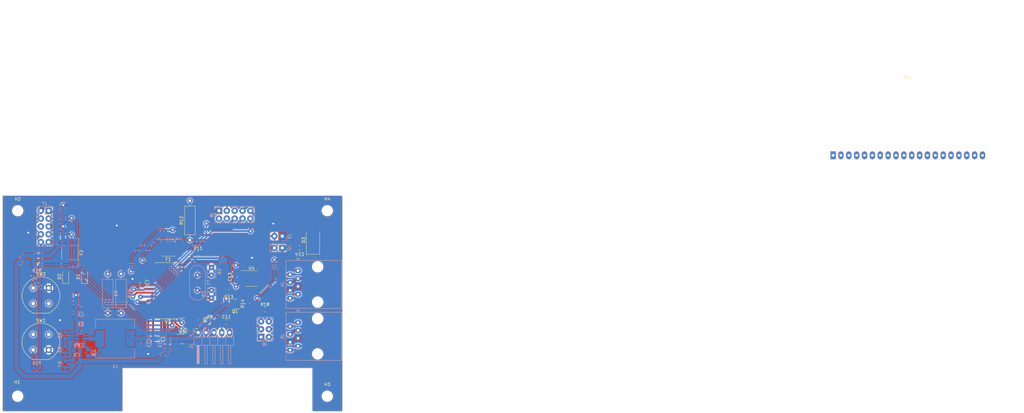
<source format=kicad_pcb>
(kicad_pcb (version 20211014) (generator pcbnew)
  (layers (0 "F.Cu" signal) (31 "B.Cu" signal) (34 "B.Paste" user) (35 "F.Paste" user) (36 "B.SilkS" user "B.Silkscreen") (37 "F.SilkS" user "F.Silkscreen") (38 "B.Mask" user) (39 "F.Mask" user) (44 "Edge.Cuts" user))
  (net 0 "")
  (net 1 "Net-(C1-Pad2)")
  (net 2 "GND")
  (net 3 "Net-(C2-Pad1)")
  (net 4 "Net-(C5-Pad1)")
  (net 5 "+5V")
  (net 6 "Net-(C6-Pad1)")
  (net 7 "Net-(C8-Pad1)")
  (net 8 "Net-(C8-Pad2)")
  (net 9 "Net-(C9-Pad2)")
  (net 10 "/MCLR")
  (net 11 "Net-(C14-Pad1)")
  (net 12 "/CANGND")
  (net 13 "/+12CAN")
  (net 14 "SCL")
  (net 15 "SDA")
  (net 16 "~{RST_DISP}")
  (net 17 "/CAN_PWR")
  (net 18 "/SOLAR_PWR")
  (net 19 "/PGD")
  (net 20 "/PGC")
  (net 21 "/CANH")
  (net 22 "Net-(D1-Pad2)")
  (net 23 "Net-(D2-Pad2)")
  (net 25 "/CANL")
  (net 26 "Net-(J4-Pad7)")
  (net 28 "Net-(J4-Pad8)")
  (net 32 "Net-(J6-Pad5)")
  (net 33 "Net-(J6-Pad6)")
  (net 34 "/!CANOK")
  (net 35 "Net-(R2-Pad2)")
  (net 36 "/PWM")
  (net 37 "Net-(R9-Pad2)")
  (net 38 "Net-(R10-Pad2)")
  (net 39 "BTN_IN")
  (net 40 "Net-(R16-Pad2)")
  (net 41 "Net-(R17-Pad2)")
  (net 42 "PWM_V")
  (net 43 "/PWM_OK")
  (net 44 "/PWM_OFF")
  (net 45 "/~{PAC_DOWN}")
  (net 46 "TH")
  (net 47 "BATT2_ON")
  (net 48 "/CANTX")
  (net 49 "/CANRX")
  (net 50 "BATT1_ON")
  (net 58 "AL2")
  (net 59 "AL1")
  (footprint "Resistor_SMD:R_0805_2012Metric_Pad1.20x1.40mm_HandSolder" (layer "F.Cu") (at 114.046 120.2365 -90)
    (fp_text reference "R5")
    (fp_text value "10K")
  )
  (footprint "MountingHole:MountingHole_3.2mm_M3_DIN965" (layer "F.Cu") (at 155 145)
    (fp_text reference "H3")
    (fp_text value "MountingHole")
  )
  (footprint "Resistor_SMD:R_0805_2012Metric_Pad1.20x1.40mm_HandSolder" (layer "F.Cu") (at 117.094 120.9985)
    (fp_text reference "R8")
    (fp_text value "10K")
  )
  (footprint "Fuse:Fuse_2920_7451Metric_Pad2.10x5.45mm_HandSolder" (layer "F.Cu") (at 71.882 98.552 -90)
    (fp_text reference "F2")
    (fp_text value "MC011014")
  )
  (footprint "Capacitor_SMD:C_0805_2012Metric_Pad1.18x1.45mm_HandSolder" (layer "F.Cu") (at 103.505 126.492 90)
    (fp_text reference "C1")
    (fp_text value "100nF")
  )
  (footprint "LCDdisplays.mod:MCOB128064JX" (layer "F.Cu") (at 342.525 39.005)
    (fp_text reference "DI1")
    (fp_text value "MCOB128064JX")
  )
  (footprint "Diode_SMD:D_SOD-123" (layer "F.Cu") (at 76.581 106.298 90)
    (fp_text reference "D1")
    (fp_text value "PMEG4005")
  )
  (footprint "Package_SO:SOIC-28W_7.5x17.9mm_P1.27mm" (layer "F.Cu") (at 103.378 110.8465 180)
    (fp_text reference "U3")
    (fp_text value "PIC18F27Q84")
  )
  (footprint "Resistor_SMD:R_0805_2012Metric_Pad1.20x1.40mm_HandSolder" (layer "F.Cu") (at 113.284 98.806)
    (fp_text reference "R11")
    (fp_text value "4K7")
  )
  (footprint "Package_TO_SOT_SMD:SOT-23" (layer "F.Cu") (at 125.222 115.189 180)
    (fp_text reference "Q1")
    (fp_text value "BSS123")
  )
  (footprint "Diode_SMD:D_SOD-123" (layer "F.Cu") (at 70.485 106.298 90)
    (fp_text reference "D2")
    (fp_text value "PMEG4005")
  )
  (footprint "Capacitor_SMD:C_0805_2012Metric_Pad1.18x1.45mm_HandSolder" (layer "F.Cu") (at 122.428 120.9985)
    (fp_text reference "C11")
    (fp_text value "100nF")
  )
  (footprint "Resistor_THT:R_Axial_DIN0309_L9.0mm_D3.2mm_P12.70mm_Horizontal" (layer "F.Cu") (at 110.617 94.488 90)
    (fp_text reference "R12")
    (fp_text value "4K7")
  )
  (footprint "Resistor_SMD:R_0805_2012Metric_Pad1.20x1.40mm_HandSolder" (layer "F.Cu") (at 129.286 115.062 90)
    (fp_text reference "R14")
    (fp_text value "100K")
  )
  (footprint "Fuse:Fuse_2920_7451Metric_Pad2.10x5.45mm_HandSolder" (layer "F.Cu") (at 103.632 97.028 180)
    (fp_text reference "F1")
    (fp_text value "MC011014")
  )
  (footprint "Button_Switch_THT:Push_E-Switch_KS01Q01" (layer "F.Cu") (at 60 110)
    (fp_text reference "SW2")
    (fp_text value "select")
  )
  (footprint "Capacitor_SMD:C_0805_2012Metric_Pad1.18x1.45mm_HandSolder" (layer "F.Cu") (at 95.25 108.1795 -90)
    (fp_text reference "C7")
    (fp_text value "100nF")
  )
  (footprint "MountingHole:MountingHole_3.2mm_M3_DIN965" (layer "F.Cu") (at 55 85)
    (fp_text reference "H2")
    (fp_text value "MountingHole")
  )
  (footprint "MountingHole:MountingHole_3.2mm_M3_DIN965" (layer "F.Cu") (at 55 145)
    (fp_text reference "H1")
    (fp_text value "MountingHole")
  )
  (footprint "Package_SO:SOIC-8_3.9x4.9mm_P1.27mm" (layer "F.Cu") (at 130.556 106.934)
    (fp_text reference "U4")
    (fp_text value "TLE9250VSJXUMA1")
  )
  (footprint "local:C_filter_0805" (layer "F.Cu") (at 146.05 97.028 180)
    (fp_text reference "C14")
    (fp_text value "100nF")
  )
  (footprint "Resistor_SMD:R_0805_2012Metric_Pad1.20x1.40mm_HandSolder" (layer "F.Cu") (at 134.874 116.967)
    (fp_text reference "R18")
    (fp_text value "100")
  )
  (footprint "Diode_SMD:D_SMB_Handsoldering" (layer "F.Cu") (at 150.368 94.488 90)
    (fp_text reference "D3")
    (fp_text value "SMBJ16A")
  )
  (footprint "Package_TO_SOT_SMD:SOT-23" (layer "F.Cu") (at 108.077 126.492)
    (fp_text reference "U1")
    (fp_text value "2.048V")
  )
  (footprint "Resistor_SMD:R_0805_2012Metric_Pad1.20x1.40mm_HandSolder" (layer "F.Cu") (at 123.19 111.252 180)
    (fp_text reference "R13")
    (fp_text value "10K")
  )
  (footprint "Button_Switch_THT:Push_E-Switch_KS01Q01" (layer "F.Cu") (at 60 125)
    (fp_text reference "SW1")
    (fp_text value "next")
  )
  (footprint "Resistor_SMD:R_0805_2012Metric_Pad1.20x1.40mm_HandSolder" (layer "F.Cu") (at 110.871 123.698 90)
    (fp_text reference "R4")
    (fp_text value "10K")
  )
  (footprint "MountingHole:MountingHole_3.2mm_M3_DIN965" (layer "F.Cu") (at 155 85)
    (fp_text reference "H4")
    (fp_text value "MountingHole")
  )
  (footprint "Capacitor_SMD:C_0805_2012Metric_Pad1.18x1.45mm_HandSolder" (layer "F.Cu") (at 125.222 106.426 90)
    (fp_text reference "C13")
    (fp_text value "100nF")
  )
  (footprint "Capacitor_SMD:C_0805_2012Metric_Pad1.18x1.45mm_HandSolder" (layer "B.Cu") (at 75.388 123.19 180)
    (fp_text reference "C4")
    (fp_text value "100nF50V")
  )
  (footprint "Connector_PinHeader_2.54mm:PinHeader_2x05_P2.54mm_Vertical" (layer "B.Cu") (at 120 85 -90)
    (fp_text reference "J8")
    (fp_text value "DCDC-MEASURES")
  )
  (footprint "local:RJ45_Amphenol_54602-x08_Horizontal_handsolder" (layer "B.Cu") (at 145.542 121.158 -90)
    (fp_text reference "J5")
    (fp_text value "RJ45")
  )
  (footprint "Capacitor_SMD:C_0805_2012Metric_Pad1.18x1.45mm_HandSolder" (layer "B.Cu") (at 74.118 133.35 180)
    (fp_text reference "C9")
    (fp_text value "100p")
  )
  (footprint "local:RJ45_Amphenol_54602-x08_Horizontal_handsolder" (layer "B.Cu") (at 145.542 104.394 -90)
    (fp_text reference "J4")
    (fp_text value "RJ45")
  )
  (footprint "Resistor_SMD:R_0805_2012Metric_Pad1.20x1.40mm_HandSolder" (layer "B.Cu") (at 61.214 102.616)
    (fp_text reference "R15")
    (fp_text value "47k")
  )
  (footprint "Capacitor_SMD:C_1206_3216Metric_Pad1.33x1.80mm_HandSolder" (layer "B.Cu") (at 99.137 127.8005 90)
    (fp_text reference "C10")
    (fp_text value "22µ")
  )
  (footprint "Resistor_THT:R_Axial_DIN0309_L9.0mm_D3.2mm_P12.70mm_Horizontal" (layer "B.Cu") (at 84.074 118.11 90)
    (fp_text reference "R9")
    (fp_text value "10K")
  )
  (footprint "Connector_PinHeader_2.54mm:PinHeader_2x03_P2.54mm_Vertical" (layer "B.Cu") (at 133.604 125.857)
    (fp_text reference "J6")
    (fp_text value "Conn_02x03_Odd_Even")
  )
  (footprint "Resistor_THT:R_Axial_DIN0309_L9.0mm_D3.2mm_P12.70mm_Horizontal" (layer "B.Cu") (at 88.392 118.11 90)
    (fp_text reference "R10")
    (fp_text value "8.1K")
  )
  (footprint "Resistor_SMD:R_0805_2012Metric_Pad1.20x1.40mm_HandSolder" (layer "B.Cu") (at 70.3465 134.62 -90)
    (fp_text reference "R7")
    (fp_text value "30k")
  )
  (footprint "Connector_PinHeader_2.54mm:PinHeader_1x05_P2.54mm_Horizontal" (layer "B.Cu") (at 113.289 124.403 -90)
    (fp_text reference "J1")
    (fp_text value "Conn_01x05_Male")
  )
  (footprint "Resistor_SMD:R_0805_2012Metric_Pad1.20x1.40mm_HandSolder" (layer "B.Cu") (at 70.308 129.921 -90)
    (fp_text reference "R3")
    (fp_text value "30k")
  )
  (footprint "Connector_PinHeader_2.54mm:PinHeader_2x05_P2.54mm_Vertical" (layer "B.Cu") (at 65 85 180)
    (fp_text reference "J7")
    (fp_text value "DCDC-PWM")
  )
  (footprint "Resistor_SMD:R_0805_2012Metric_Pad1.20x1.40mm_HandSolder" (layer "B.Cu") (at 70.308 125.333 -90)
    (fp_text reference "R2")
    (fp_text value "270k")
  )
  (footprint "Resistor_SMD:R_0805_2012Metric_Pad1.20x1.40mm_HandSolder" (layer "B.Cu") (at 61.214 135.89 180)
    (fp_text reference "R16")
    (fp_text value "47k")
  )
  (footprint "Capacitor_SMD:C_0805_2012Metric_Pad1.18x1.45mm_HandSolder" (layer "B.Cu") (at 77.801 130.937 90)
    (fp_text reference "C8")
    (fp_text value "100nF50V")
  )
  (footprint "Resistor_SMD:R_0805_2012Metric_Pad1.20x1.40mm_HandSolder" (layer "B.Cu") (at 74.118 130.175 180)
    (fp_text reference "R6")
    (fp_text value "157k")
  )
  (footprint "Connector_PinHeader_2.54mm:PinHeader_1x02_P2.54mm_Vertical" (layer "B.Cu") (at 140.462 93.218 90)
    (fp_text reference "J3")
    (fp_text value "CANGND")
  )
  (footprint "Resistor_SMD:R_0805_2012Metric_Pad1.20x1.40mm_HandSolder" (layer "B.Cu") (at 61.214 106.172 180)
    (fp_text reference "R17")
    (fp_text value " 22k")
  )
  (footprint "Package_TO_SOT_SMD:TSOT-23-6" (layer "B.Cu") (at 75.388 126.365)
    (fp_text reference "U2")
    (fp_text value "AP63200WU")
  )
  (footprint "Inductor_SMD:L_12x12mm_H4.5mm" (layer "B.Cu") (at 86.437 126.365)
    (fp_text reference "L1")
    (fp_text value "10µH")
  )
  (footprint "Crystal:Crystal_HC18-U_Vertical" (layer "B.Cu") (at 113.03 110.7195 90)
    (fp_text reference "Y1")
    (fp_text value "10Mhz")
  )
  (footprint "Capacitor_SMD:C_1206_3216Metric_Pad1.33x1.80mm_HandSolder" (layer "B.Cu") (at 75.388 116.84)
    (fp_text reference "C3")
    (fp_text value "4.7µ50V")
  )
  (footprint "Capacitor_SMD:C_1206_3216Metric_Pad1.33x1.80mm_HandSolder" (layer "B.Cu") (at 95.581 127.762 90)
    (fp_text reference "C12")
    (fp_text value "22µ")
  )
  (footprint "Connector_PinHeader_2.54mm:PinHeader_1x02_P2.54mm_Vertical" (layer "B.Cu") (at 140.462 97.028 90)
    (fp_text reference "J2")
    (fp_text value "CANPWR")
  )
  (footprint "Capacitor_THT:C_Disc_D3.8mm_W2.6mm_P2.50mm" (layer "B.Cu") (at 117.602 110.7395 -90)
    (fp_text reference "C5")
    (fp_text value "22pF")
  )
  (footprint "Capacitor_SMD:C_1206_3216Metric_Pad1.33x1.80mm_HandSolder" (layer "B.Cu") (at 75.388 120.015)
    (fp_text reference "C2")
    (fp_text value "4.7µ50V")
  )
  (footprint "Capacitor_THT:C_Disc_D3.8mm_W2.6mm_P2.50mm" (layer "B.Cu") (at 117.602 105.8735 90)
    (fp_text reference "C6")
    (fp_text value "22pF")
  )
  (gr_poly (pts (xy 160 150) (xy 150 150) (xy 150 136) (xy 89 136) (xy 89 150) (xy 50 150) (xy 50 80) (xy 160 80)) (layer "Edge.Cuts") (width 0.1) (fill none))
  (segment (start 103.505 117.856119) (end 103.505 125.4545) (width 0.6) (layer "F.Cu") (net 1))
  (segment (start 103.5925 125.542) (end 103.505 125.4545) (width 0.6) (layer "F.Cu") (net 1))
  (segment (start 108.028 114.0215) (end 107.339619 114.0215) (width 0.6) (layer "F.Cu") (net 1))
  (segment (start 110.027 125.542) (end 110.871 124.698) (width 0.6) (layer "F.Cu") (net 1))
  (segment (start 107.1395 125.542) (end 103.5925 125.542) (width 0.6) (layer "F.Cu") (net 1))
  (segment (start 107.1395 125.542) (end 110.027 125.542) (width 0.6) (layer "F.Cu") (net 1))
  (segment (start 107.339619 114.0215) (end 103.505 117.856119) (width 0.6) (layer "F.Cu") (net 1))
  (segment (start 111.62 111.303542) (end 112.445958 112.1295) (width 0.6) (layer "F.Cu") (net 2))
  (segment (start 100.076 107.6715) (end 102.616 110.2115) (width 0.6) (layer "F.Cu") (net 2))
  (segment (start 110.551545 110.2115) (end 111.62 111.279955) (width 0.6) (layer "F.Cu") (net 2))
  (segment (start 98.728 107.6715) (end 100.076 107.6715) (width 0.6) (layer "F.Cu") (net 2))
  (segment (start 98.728 107.6715) (end 95.7795 107.6715) (width 0.6) (layer "F.Cu") (net 2))
  (segment (start 95.7795 107.6715) (end 95.25 107.142) (width 0.6) (layer "F.Cu") (net 2))
  (segment (start 126.1325 106.299) (end 125.222 105.3885) (width 0.6) (layer "F.Cu") (net 2))
  (segment (start 111.62 111.279955) (end 111.62 111.303542) (width 0.6) (layer "F.Cu") (net 2))
  (segment (start 108.028 110.2115) (end 110.551545 110.2115) (width 0.6) (layer "F.Cu") (net 2))
  (segment (start 112.469545 112.1295) (end 113.579545 113.2395) (width 0.6) (layer "F.Cu") (net 2))
  (segment (start 112.445958 112.1295) (end 112.469545 112.1295) (width 0.6) (layer "F.Cu") (net 2))
  (segment (start 113.579545 113.2395) (end 117.602 113.2395) (width 0.6) (layer "F.Cu") (net 2))
  (segment (start 128.081 106.299) (end 126.1325 106.299) (width 0.6) (layer "F.Cu") (net 2))
  (segment (start 102.616 110.2115) (end 108.028 110.2115) (width 0.6) (layer "F.Cu") (net 2))
  (via (at 92.075 107.061) (size 1.6) (drill 0.6) (layers "F.Cu" "B.Cu") (net 2))
  (via (at 86.995 89.789) (size 1.6) (drill 0.6) (layers "F.Cu" "B.Cu") (net 2))
  (via (at 130.683 100.203) (size 1.6) (drill 0.6) (layers "F.Cu" "B.Cu") (net 2))
  (via (at 97.155 131.318) (size 1.6) (drill 0.6) (layers "F.Cu" "B.Cu") (net 2))
  (via (at 58.42 92.075) (size 1.6) (drill 0.6) (layers "F.Cu" "B.Cu") (net 2))
  (via (at 137.541 89.154) (size 1.6) (drill 0.6) (layers "F.Cu" "B.Cu") (net 2))
  (via (at 68.707 120.396) (size 1.6) (drill 0.6) (layers "F.Cu" "B.Cu") (net 2))
  (segment (start 73.787 112.268) (end 73.787 108.074) (width 1.5) (layer "F.Cu") (net 3))
  (segment (start 73.661 107.948) (end 76.581 107.948) (width 1.5) (layer "F.Cu") (net 3))
  (segment (start 70.485 107.948) (end 73.661 107.948) (width 1.5) (layer "F.Cu") (net 3))
  (segment (start 73.787 108.074) (end 73.661 107.948) (width 1.5) (layer "F.Cu") (net 3))
  (via (at 73.787 112.268) (size 1.6) (drill 0.6) (layers "F.Cu" "B.Cu") (net 3))
  (segment (start 73.8255 112.3065) (end 73.8255 116.84) (width 1.5) (layer "B.Cu") (net 3))
  (segment (start 73.2075 124.333) (end 74.3505 123.19) (width 0.8) (layer "B.Cu") (net 3))
  (segment (start 70.308 124.333) (end 73.2075 124.333) (width 0.8) (layer "B.Cu") (net 3))
  (segment (start 74.2505 123.29) (end 74.3505 123.19) (width 0.8) (layer "B.Cu") (net 3))
  (segment (start 73.787 112.268) (end 73.8255 112.3065) (width 1.5) (layer "B.Cu") (net 3))
  (segment (start 73.8255 120.015) (end 73.8255 116.84) (width 1.5) (layer "B.Cu") (net 3))
  (segment (start 74.3505 123.19) (end 74.3505 120.54) (width 1.5) (layer "B.Cu") (net 3))
  (segment (start 74.3505 120.54) (end 73.8255 120.015) (width 1.5) (layer "B.Cu") (net 3))
  (segment (start 74.2505 125.415) (end 74.2505 123.29) (width 0.8) (layer "B.Cu") (net 3))
  (segment (start 117.582 110.7195) (end 117.602 110.7395) (width 0.6) (layer "F.Cu") (net 4))
  (segment (start 113.03 110.7195) (end 117.582 110.7195) (width 0.6) (layer "F.Cu") (net 4))
  (segment (start 111.252 108.9415) (end 113.03 110.7195) (width 0.6) (layer "F.Cu") (net 4))
  (segment (start 108.028 108.9415) (end 111.252 108.9415) (width 0.6) (layer "F.Cu") (net 4))
  (segment (start 101.346 128.899976) (end 102.398024 129.952) (width 0.6) (layer "F.Cu") (net 5))
  (segment (start 69.812 83.274) (end 96.231909 83.274) (width 1.5) (layer "F.Cu") (net 5))
  (segment (start 113.289 121.9935) (end 114.046 121.2365) (width 0.6) (layer "F.Cu") (net 5))
  (segment (start 98.728 108.9415) (end 95.5255 108.9415) (width 0.6) (layer "F.Cu") (net 5))
  (segment (start 69.596 90.043) (end 65.037 90.043) (width 1.5) (layer "F.Cu") (net 5))
  (segment (start 111.584 122.698) (end 113.289 124.403) (width 0.6) (layer "F.Cu") (net 5))
  (segment (start 114.284 98.806) (end 119.509513 98.806) (width 0.6) (layer "F.Cu") (net 5))
  (segment (start 133.031 108.839) (end 130.937 108.839) (width 0.6) (layer "F.Cu") (net 5))
  (segment (start 113.289 124.403) (end 113.289 121.9935) (width 0.6) (layer "F.Cu") (net 5))
  (segment (start 123.4225 107.4635) (end 125.222 107.4635) (width 1.5) (layer "F.Cu") (net 5))
  (segment (start 122.428 113.538) (end 122.428 111.49) (width 1.5) (layer "F.Cu") (net 5))
  (segment (start 127.9755 107.4635) (end 128.081 107.569) (width 0.6) (layer "F.Cu") (net 5))
  (segment (start 97.95791 85) (end 110.527 85) (width 1.5) (layer "F.Cu") (net 5))
  (segment (start 119.509513 98.806) (end 121.714 101.010487) (width 0.6) (layer "F.Cu") (net 5))
  (segment (start 110.617 81.788) (end 110.617 84.91) (width 0.6) (layer "F.Cu") (net 5))
  (segment (start 110.871 122.698) (end 111.584 122.698) (width 0.6) (layer "F.Cu") (net 5))
  (segment (start 102.398024 129.952) (end 110.528976 129.952) (width 0.6) (layer "F.Cu") (net 5))
  (segment (start 122.428 111.49) (end 122.19 111.252) (width 1.5) (layer "F.Cu") (net 5))
  (segment (start 122.19 111.252) (end 122.19 108.696) (width 1.5) (layer "F.Cu") (net 5))
  (segment (start 121.714 101.010487) (end 121.714 105.755) (width 0.6) (layer "F.Cu") (net 5))
  (segment (start 113.289 127.191976) (end 113.289 124.403) (width 0.6) (layer "F.Cu") (net 5))
  (segment (start 110.528976 129.952) (end 113.289 127.191976) (width 0.6) (layer "F.Cu") (net 5))
  (segment (start 110.527 85) (end 120 85) (width 1.5) (layer "F.Cu") (net 5))
  (segment (start 114.316 84.836) (end 115.824 84.836) (width 0.6) (layer "F.Cu") (net 5))
  (segment (start 121.714 105.755) (end 123.4225 107.4635) (width 0.6) (layer "F.Cu") (net 5))
  (segment (start 122.19 108.696) (end 123.4225 107.4635) (width 1.5) (layer "F.Cu") (net 5))
  (segment (start 101.346 110.744) (end 101.346 128.899976) (width 0.6) (layer "F.Cu") (net 5))
  (segment (start 110.617 84.91) (end 110.527 85) (width 0.6) (layer "F.Cu") (net 5))
  (segment (start 98.728 108.9415) (end 99.5435 108.9415) (width 0.6) (layer "F.Cu") (net 5))
  (segment (start 65.037 90.043) (end 65 90.08) (width 1.5) (layer "F.Cu") (net 5))
  (segment (start 95.5255 108.9415) (end 95.25 109.217) (width 0.6) (layer "F.Cu") (net 5))
  (segment (start 129.667 107.569) (end 128.081 107.569) (width 0.6) (layer "F.Cu") (net 5))
  (segment (start 99.5435 108.9415) (end 101.346 110.744) (width 0.6) (layer "F.Cu") (net 5))
  (segment (start 125.222 107.4635) (end 127.9755 107.4635) (width 0.6) (layer "F.Cu") (net 5))
  (segment (start 130.937 108.839) (end 129.667 107.569) (width 0.6) (layer "F.Cu") (net 5))
  (segment (start 69.723 83.185) (end 69.812 83.274) (width 1.5) (layer "F.Cu") (net 5))
  (segment (start 96.231909 83.274) (end 97.95791 85) (width 1.5) (layer "F.Cu") (net 5))
  (via (at 69.596 90.043) (size 1.6) (drill 0.6) (layers "F.Cu" "B.Cu") (net 5))
  (via (at 69.723 83.185) (size 1.6) (drill 0.6) (layers "F.Cu" "B.Cu") (net 5))
  (via (at 122.428 113.538) (size 1.6) (drill 0.6) (layers "F.Cu" "B.Cu") (net 5))
  (segment (start 69.596 90.043) (end 69.596 83.312) (width 1.5) (layer "B.Cu") (net 5))
  (segment (start 75.1555 133.35) (end 75.4095 133.604) (width 1.5) (layer "B.Cu") (net 5))
  (segment (start 57.404 99.568) (end 60.198 99.568) (width 1.5) (layer "B.Cu") (net 5))
  (segment (start 60.214 102.616) (end 60.214 99.584) (width 1.5) (layer "B.Cu") (net 5))
  (segment (start 91.4255 126.4035) (end 91.387 126.365) (width 1.5) (layer "B.Cu") (net 5))
  (segment (start 113.289 124.403) (end 111.2885 126.4035) (width 1.5) (layer "B.Cu") (net 5))
  (segment (start 75.057 133.897198) (end 75.057 135.509) (width 1.5) (layer "B.Cu") (net 5))
  (segment (start 75.1555 133.35) (end 75.1555 130.2125) (width 0.8) (layer "B.Cu") (net 5))
  (segment (start 72.009 138.557) (end 57.277 138.557) (width 1.5) (layer "B.Cu") (net 5))
  (segment (start 57.277 138.557) (end 54.61 135.89) (width 1.5) (layer "B.Cu") (net 5))
  (segment (start 99.137 126.4035) (end 103.378 126.4035) (width 1.5) (layer "B.Cu") (net 5))
  (segment (start 113.289 124.403) (end 113.289 123.983273) (width 1.5) (layer "B.Cu") (net 5))
  (segment (start 69.596 95.377) (end 65.405 99.568) (width 1.5) (layer "B.Cu") (net 5))
  (segment (start 60.214 99.584) (end 60.198 99.568) (width 1.5) (layer "B.Cu") (net 5))
  (segment (start 54.61 135.89) (end 54.61 102.362) (width 1.5) (layer "B.Cu") (net 5))
  (segment (start 69.596 90.043) (end 69.596 95.377) (width 1.5) (layer "B.Cu") (net 5))
  (segment (start 99.9875 133.604) (end 103.378 130.2135) (width 1.5) (layer "B.Cu") (net 5))
  (segment (start 95.581 126.4035) (end 91.4255 126.4035) (width 1.5) (layer "B.Cu") (net 5))
  (segment (start 65.405 99.568) (end 60.198 99.568) (width 1.5) (layer "B.Cu") (net 5))
  (segment (start 69.596 83.312) (end 69.723 83.185) (width 1.5) (layer "B.Cu") (net 5))
  (segment (start 75.1555 133.35) (end 75.1555 133.798698) (width 1.5) (layer "B.Cu") (net 5))
  (segment (start 113.289 123.983273) (end 122.428 114.844273) (width 1.5) (layer "B.Cu") (net 5))
  (segment (start 75.4095 133.604) (end 99.9875 133.604) (width 1.5) (layer "B.Cu") (net 5))
  (segment (start 75.1555 133.798698) (end 75.057 133.897198) (width 1.5) (layer "B.Cu") (net 5))
  (segment (start 103.378 130.2135) (end 103.378 126.4035) (width 1.5) (layer "B.Cu") (net 5))
  (segment (start 122.428 114.844273) (end 122.428 113.538) (width 1.5) (layer "B.Cu") (net 5))
  (segment (start 54.61 102.362) (end 57.404 99.568) (width 1.5) (layer "B.Cu") (net 5))
  (segment (start 75.1555 130.2125) (end 75.118 130.175) (width 0.8) (layer "B.Cu") (net 5))
  (segment (start 75.057 135.509) (end 72.009 138.557) (width 1.5) (layer "B.Cu") (net 5))
  (segment (start 99.137 126.4035) (end 95.581 126.4035) (width 1.5) (layer "B.Cu") (net 5))
  (segment (start 111.2885 126.4035) (end 103.378 126.4035) (width 1.5) (layer "B.Cu") (net 5))
  (segment (start 117.548 105.8195) (end 117.602 105.8735) (width 0.6) (layer "F.Cu") (net 6))
  (segment (start 108.028 107.6715) (end 111.178 107.6715) (width 0.6) (layer "F.Cu") (net 6))
  (segment (start 113.03 105.8195) (end 117.548 105.8195) (width 0.6) (layer "F.Cu") (net 6))
  (segment (start 111.178 107.6715) (end 113.03 105.8195) (width 0.6) (layer "F.Cu") (net 6))
  (segment (start 81.487 126.365) (end 78.2205 126.365) (width 1.5) (layer "B.Cu") (net 7))
  (segment (start 81.487 130.299) (end 81.487 126.365) (width 0.8) (layer "B.Cu") (net 7))
  (segment (start 77.801 131.9745) (end 77.8225 131.953) (width 0.8) (layer "B.Cu") (net 7))
  (segment (start 79.833 131.953) (end 81.487 130.299) (width 0.8) (layer "B.Cu") (net 7))
  (segment (start 76.5255 126.365) (end 78.2205 126.365) (width 0.6) (layer "B.Cu") (net 7))
  (segment (start 77.8225 131.953) (end 79.833 131.953) (width 0.8) (layer "B.Cu") (net 7))
  (segment (start 76.5255 128.624) (end 77.801 129.8995) (width 0.8) (layer "B.Cu") (net 8))
  (segment (start 76.5255 127.315) (end 76.5255 128.624) (width 0.8) (layer "B.Cu") (net 8))
  (segment (start 73.0805 130.2125) (end 73.118 130.175) (width 0.8) (layer "B.Cu") (net 9))
  (segment (start 73.0805 133.35) (end 73.0805 130.2125) (width 0.8) (layer "B.Cu") (net 9))
  (segment (start 70.6165 133.35) (end 70.3465 133.62) (width 0.8) (layer "B.Cu") (net 9))
  (segment (start 73.118 130.175) (end 73.118 128.4475) (width 0.8) (layer "B.Cu") (net 9))
  (segment (start 73.0805 133.35) (end 70.6165 133.35) (width 0.8) (layer "B.Cu") (net 9))
  (segment (start 73.118 128.4475) (end 74.2505 127.315) (width 0.8) (layer "B.Cu") (net 9))
  (segment (start 114.046 119.2365) (end 122.7925 119.2365) (width 0.6) (layer "F.Cu") (net 10))
  (segment (start 123.4655 119.9095) (end 123.4655 120.9985) (width 0.6) (layer "F.Cu") (net 10))
  (segment (start 123.4655 124.3865) (end 123.449 124.403) (width 0.6) (layer "F.Cu") (net 10))
  (segment (start 123.4655 120.9985) (end 123.4655 124.3865) (width 0.6) (layer "F.Cu") (net 10))
  (segment (start 122.7925 119.2365) (end 123.4655 119.9095) (width 0.6) (layer "F.Cu") (net 10))
  (segment (start 113.911 119.1015) (end 114.046 119.2365) (width 0.6) (layer "F.Cu") (net 10))
  (segment (start 108.028 119.1015) (end 113.911 119.1015) (width 0.6) (layer "F.Cu") (net 10))
  (segment (start 144.521016 123.698) (end 145.542 123.698) (width 1) (layer "F.Cu") (net 11))
  (segment (start 145.542 106.934) (end 145.034 106.934) (width 1) (layer "F.Cu") (net 11))
  (segment (start 147.976 122.534) (end 147.976 120.019066) (width 1) (layer "F.Cu") (net 11))
  (segment (start 145.034 106.934) (end 143.764 108.204) (width 1) (layer "F.Cu") (net 11))
  (segment (start 154.242001 104.837999) (end 154.242001 100.394001) (width 1) (layer "F.Cu") (net 11))
  (segment (start 145.542 123.698) (end 146.812 123.698) (width 1) (layer "F.Cu") (net 11))
  (segment (start 147.976 120.019066) (end 146.934934 118.978) (width 1) (layer "F.Cu") (net 11))
  (segment (start 146.934934 118.978) (end 142.463604 118.978) (width 1) (layer "F.Cu") (net 11))
  (segment (start 142.463604 118.978) (end 138.426 114.940396) (width 1) (layer "F.Cu") (net 11))
  (segment (start 143.764 108.204) (end 143.002 108.204) (width 1) (layer "F.Cu") (net 11))
  (segment (start 146.812 123.698) (end 147.976 122.534) (width 1) (layer "F.Cu") (net 11))
  (segment (start 143.251016 124.968) (end 144.521016 123.698) (width 1) (layer "F.Cu") (net 11))
  (segment (start 140.224934 108.204) (end 143.002 108.204) (width 1) (layer "F.Cu") (net 11))
  (segment (start 143.002 124.968) (end 143.251016 124.968) (width 1) (layer "F.Cu") (net 11))
  (segment (start 145.542 106.934) (end 152.146 106.934) (width 1) (layer "F.Cu") (net 11))
  (segment (start 138.426 110.002934) (end 140.224934 108.204) (width 1) (layer "F.Cu") (net 11))
  (segment (start 154.242001 100.394001) (end 150.782 96.934) (width 1) (layer "F.Cu") (net 11))
  (segment (start 150.622 96.934) (end 147.668 96.934) (width 1.5) (layer "F.Cu") (net 11))
  (segment (start 152.146 106.934) (end 154.242001 104.837999) (width 1) (layer "F.Cu") (net 11))
  (segment (start 138.426 114.940396) (end 138.426 110.002934) (width 1) (layer "F.Cu") (net 11))
  (segment (start 152.188806 109.474) (end 155.702 105.960806) (width 1) (layer "F.Cu") (net 12))
  (segment (start 145.542 126.238) (end 145.288 126.238) (width 1) (layer "F.Cu") (net 12))
  (segment (start 143.002 110.744) (end 143.492 110.254) (width 1) (layer "F.Cu") (net 12))
  (segment (start 145.542 109.474) (end 152.188806 109.474) (width 1) (layer "F.Cu") (net 12))
  (segment (start 143.492 110.254) (end 144.762 110.254) (width 1) (layer "F.Cu") (net 12))
  (segment (start 143.002 127.508) (end 144.018 127.508) (width 1) (layer "F.Cu") (net 12))
  (segment (start 155.702 105.960806) (end 155.702 96.012) (width 1) (layer "F.Cu") (net 12))
  (segment (start 143.002 110.744) (end 141.986 110.744) (width 1) (layer "F.Cu") (net 12))
  (segment (start 146.96 115.464) (end 149.541999 118.045999) (width 1) (layer "F.Cu") (net 12))
  (segment (start 145.288 126.238) (end 144.018 127.508) (width 1) (layer "F.Cu") (net 12))
  (segment (start 140.582 114.536488) (end 141.509512 115.464) (width 1) (layer "F.Cu") (net 12))
  (segment (start 149.541999 118.045999) (end 149.541999 125.286001) (width 1) (layer "F.Cu") (net 12))
  (segment (start 140.582 112.148) (end 140.582 114.536488) (width 1) (layer "F.Cu") (net 12))
  (segment (start 155.702 96.012) (end 151.224 91.534) (width 1) (layer "F.Cu") (net 12))
  (segment (start 141.509512 115.464) (end 146.96 115.464) (width 1) (layer "F.Cu") (net 12))
  (segment (start 148.59 126.238) (end 145.542 126.238) (width 1) (layer "F.Cu") (net 12))
  (segment (start 144.762 110.254) (end 145.542 109.474) (width 1) (layer "F.Cu") (net 12))
  (segment (start 141.986 110.744) (end 140.582 112.148) (width 1) (layer "F.Cu") (net 12))
  (segment (start 149.541999 125.286001) (end 148.59 126.238) (width 1) (layer "F.Cu") (net 12))
  (segment (start 129.363 116.139) (end 129.286 116.062) (width 0.6) (layer "F.Cu") (net 13))
  (segment (start 140.462 99.314) (end 138.938 100.838) (width 0.8) (layer "F.Cu") (net 13))
  (segment (start 126.1595 116.139) (end 129.209 116.139) (width 0.6) (layer "F.Cu") (net 13))
  (segment (start 129.209 116.139) (end 129.286 116.062) (width 0.6) (layer "F.Cu") (net 13))
  (segment (start 132.334 113.284) (end 132.334 114.3) (width 0.8) (layer "F.Cu") (net 13))
  (segment (start 132.334 114.3) (end 130.572 116.062) (width 0.8) (layer "F.Cu") (net 13))
  (segment (start 130.572 116.062) (end 129.286 116.062) (width 0.8) (layer "F.Cu") (net 13))
  (segment (start 140.462 97.028) (end 140.462 99.314) (width 0.8) (layer "F.Cu") (net 13))
  (segment (start 138.938 100.838) (end 137.922 100.838) (width 0.8) (layer "F.Cu") (net 13))
  (segment (start 140.462 97.028) (end 144.526 97.028) (width 1.5) (layer "F.Cu") (net 13))
  (via (at 137.922 100.838) (size 1.6) (drill 0.6) (layers "F.Cu" "B.Cu") (net 13))
  (via (at 132.334 113.284) (size 1.6) (drill 0.6) (layers "F.Cu" "B.Cu") (net 13))
  (segment (start 137.922 107.696) (end 132.334 113.284) (width 0.8) (layer "B.Cu") (net 13))
  (segment (start 137.922 100.838) (end 137.922 107.696) (width 0.8) (layer "B.Cu") (net 13))
  (segment (start 131.826 91.948) (end 131.826 86.666) (width 0.6) (layer "F.Cu") (net 14))
  (segment (start 108.4985 102.5915) (end 112.284 98.806) (width 0.6) (layer "F.Cu") (net 14))
  (segment (start 130.897 92.877) (end 131.826 91.948) (width 0.6) (layer "F.Cu") (net 14))
  (segment (start 105.283 94.361) (end 106.767 92.877) (width 0.6) (layer "F.Cu") (net 14))
  (segment (start 105.283 99.8465) (end 105.283 94.361) (width 0.6) (layer "F.Cu") (net 14))
  (segment (start 108.028 102.5915) (end 105.283 99.8465) (width 0.6) (layer "F.Cu") (net 14))
  (segment (start 108.028 102.5915) (end 108.4985 102.5915) (width 0.6) (layer "F.Cu") (net 14))
  (segment (start 131.826 86.666) (end 130.16 85) (width 0.6) (layer "F.Cu") (net 14))
  (segment (start 106.767 92.877) (end 130.897 92.877) (width 0.6) (layer "F.Cu") (net 14))
  (segment (start 127.62 85) (end 129.181 83.439) (width 0.6) (layer "F.Cu") (net 15))
  (segment (start 132.636 85.269826) (end 132.636 92.283513) (width 0.6) (layer "F.Cu") (net 15))
  (segment (start 95.25 101.092) (end 96.7495 102.5915) (width 0.6) (layer "F.Cu") (net 15))
  (segment (start 130.805174 83.439) (end 132.636 85.269826) (width 0.6) (layer "F.Cu") (net 15))
  (segment (start 130.431513 94.488) (end 110.617 94.488) (width 0.6) (layer "F.Cu") (net 15))
  (segment (start 132.636 92.283513) (end 130.431513 94.488) (width 0.6) (layer "F.Cu") (net 15))
  (segment (start 96.7495 102.5915) (end 98.728 102.5915) (width 0.6) (layer "F.Cu") (net 15))
  (segment (start 129.181 83.439) (end 130.805174 83.439) (width 0.6) (layer "F.Cu") (net 15))
  (via (at 95.25 101.092) (size 1.6) (drill 0.6) (layers "F.Cu" "B.Cu") (net 15))
  (segment (start 100.457 94.488) (end 110.617 94.488) (width 0.6) (layer "B.Cu") (net 15))
  (segment (start 95.25 101.092) (end 95.25 99.695) (width 0.6) (layer "B.Cu") (net 15))
  (segment (start 95.25 99.695) (end 100.457 94.488) (width 0.6) (layer "B.Cu") (net 15))
  (segment (start 137.922 97.028) (end 107.107 97.028) (width 1.5) (layer "F.Cu") (net 17))
  (segment (start 71.882 95.077) (end 65.083 95.077) (width 1.5) (layer "F.Cu") (net 18))
  (segment (start 65.083 95.077) (end 65 95.16) (width 1.5) (layer "F.Cu") (net 18))
  (segment (start 102.062512 130.762) (end 110.864488 130.762) (width 0.6) (layer "F.Cu") (net 19))
  (segment (start 98.728 119.1015) (end 98.728 127.427488) (width 0.6) (layer "F.Cu") (net 19))
  (segment (start 110.864488 130.762) (end 115.829 125.797488) (width 0.6) (layer "F.Cu") (net 19))
  (segment (start 116.094 120.9985) (end 116.094 124.138) (width 0.6) (layer "F.Cu") (net 19))
  (segment (start 98.728 127.427488) (end 102.062512 130.762) (width 0.6) (layer "F.Cu") (net 19))
  (segment (start 116.094 124.138) (end 115.829 124.403) (width 0.6) (layer "F.Cu") (net 19))
  (segment (start 115.829 125.797488) (end 115.829 124.403) (width 0.6) (layer "F.Cu") (net 19))
  (segment (start 98.039619 117.8315) (end 97.193 118.678119) (width 0.6) (layer "F.Cu") (net 20))
  (segment (start 111.2 131.572) (end 118.369 124.403) (width 0.6) (layer "F.Cu") (net 20))
  (segment (start 101.727 131.572) (end 111.2 131.572) (width 0.6) (layer "F.Cu") (net 20))
  (segment (start 97.193 118.678119) (end 97.193 127.038) (width 0.6) (layer "F.Cu") (net 20))
  (segment (start 98.728 117.8315) (end 98.039619 117.8315) (width 0.6) (layer "F.Cu") (net 20))
  (segment (start 97.193 127.038) (end 101.727 131.572) (width 0.6) (layer "F.Cu") (net 20))
  (segment (start 143.993 103.48) (end 144.907 104.394) (width 0.4) (layer "F.Cu") (net 21))
  (segment (start 145.542 121.158) (end 142.494 121.158) (width 0.4) (layer "F.Cu") (net 21))
  (segment (start 132.08 121.793) (end 132.08 116.586) (width 0.4) (layer "F.Cu") (net 21))
  (segment (start 136.906 113.538) (end 136.906 115.57) (width 0.4) (layer "F.Cu") (net 21))
  (segment (start 136.906 108.966) (end 136.906 113.538) (width 0.4) (layer "F.Cu") (net 21))
  (segment (start 145.542 104.394) (end 141.478 104.394) (width 0.4) (layer "F.Cu") (net 21))
  (segment (start 133.604 123.317) (end 132.08 121.793) (width 0.4) (layer "F.Cu") (net 21))
  (segment (start 133.031 106.299) (end 132.392619 106.299) (width 0.4) (layer "F.Cu") (net 21))
  (segment (start 132.392619 106.299) (end 131.546 105.452381) (width 0.4) (layer "F.Cu") (net 21))
  (segment (start 143.993 103.48) (end 132.232 103.48) (width 0.4) (layer "F.Cu") (net 21))
  (segment (start 141.478 104.394) (end 136.906 108.966) (width 0.4) (layer "F.Cu") (net 21))
  (segment (start 132.08 116.586) (end 135.128 113.538) (width 0.4) (layer "F.Cu") (net 21))
  (segment (start 137.852 116.516) (end 136.906 115.57) (width 0.4) (layer "F.Cu") (net 21))
  (segment (start 142.494 121.158) (end 137.852 116.516) (width 0.4) (layer "F.Cu") (net 21))
  (segment (start 135.128 113.538) (end 136.906 113.538) (width 0.4) (layer "F.Cu") (net 21))
  (segment (start 144.907 104.394) (end 145.542 104.394) (width 0.4) (layer "F.Cu") (net 21))
  (segment (start 131.546 104.166) (end 132.232 103.48) (width 0.4) (layer "F.Cu") (net 21))
  (segment (start 131.546 105.452381) (end 131.546 104.166) (width 0.4) (layer "F.Cu") (net 21))
  (segment (start 84.074 97.028) (end 76.581 104.521) (width 1.5) (layer "F.Cu") (net 22))
  (segment (start 76.581 104.521) (end 76.581 104.648) (width 1.5) (layer "F.Cu") (net 22))
  (segment (start 100.157 97.028) (end 84.074 97.028) (width 1.5) (layer "F.Cu") (net 22))
  (segment (start 70.485 103.424) (end 71.882 102.027) (width 1.5) (layer "F.Cu") (net 23))
  (segment (start 70.485 104.648) (end 70.485 103.424) (width 1.5) (layer "F.Cu") (net 23))
  (segment (start 132.207 107.569) (end 133.031 107.569) (width 0.4) (layer "F.Cu") (net 25))
  (segment (start 130.936 103.91333) (end 130.936 106.298) (width 0.4) (layer "F.Cu") (net 25))
  (segment (start 137.516 115.31733) (end 137.516 109.626) (width 0.4) (layer "F.Cu") (net 25))
  (segment (start 139.065 123.317) (end 136.144 123.317) (width 0.4) (layer "F.Cu") (net 25))
  (segment (start 146.558 119.888) (end 142.08667 119.888) (width 0.4) (layer "F.Cu") (net 25))
  (segment (start 146.05 102.87) (end 131.97933 102.87) (width 0.4) (layer "F.Cu") (net 25))
  (segment (start 146.283198 105.664) (end 147.052 104.895198) (width 0.4) (layer "F.Cu") (net 25))
  (segment (start 147.066 120.396) (end 146.558 119.888) (width 0.4) (layer "F.Cu") (net 25))
  (segment (start 141.478 105.664) (end 143.002 105.664) (width 0.4) (layer "F.Cu") (net 25))
  (segment (start 147.052 103.872) (end 146.05 102.87) (width 0.4) (layer "F.Cu") (net 25))
  (segment (start 137.516 109.626) (end 141.478 105.664) (width 0.4) (layer "F.Cu") (net 25))
  (segment (start 130.936 106.298) (end 132.207 107.569) (width 0.4) (layer "F.Cu") (net 25))
  (segment (start 143.002 105.664) (end 146.283198 105.664) (width 0.4) (layer "F.Cu") (net 25))
  (segment (start 139.954 122.428) (end 139.065 123.317) (width 0.4) (layer "F.Cu") (net 25))
  (segment (start 147.052 104.895198) (end 147.052 103.872) (width 0.4) (layer "F.Cu") (net 25))
  (segment (start 143.002 122.428) (end 139.954 122.428) (width 0.4) (layer "F.Cu") (net 25))
  (segment (start 147.066 121.92) (end 147.066 120.396) (width 0.4) (layer "F.Cu") (net 25))
  (segment (start 143.002 122.428) (end 146.558 122.428) (width 0.4) (layer "F.Cu") (net 25))
  (segment (start 131.97933 102.87) (end 130.936 103.91333) (width 0.4) (layer "F.Cu") (net 25))
  (segment (start 146.558 122.428) (end 147.066 121.92) (width 0.4) (layer "F.Cu") (net 25))
  (segment (start 142.08667 119.888) (end 137.516 115.31733) (width 0.4) (layer "F.Cu") (net 25))
  (segment (start 141.492 112.782802) (end 141.492 113.806) (width 0.4) (layer "F.Cu") (net 26))
  (segment (start 145.542 128.778) (end 141.224 128.778) (width 0.4) (layer "F.Cu") (net 26))
  (segment (start 149.50533 128.778) (end 145.542 128.778) (width 0.4) (layer "F.Cu") (net 26))
  (segment (start 141.492 113.806) (end 142.24 114.554) (width 0.4) (layer "F.Cu") (net 26))
  (segment (start 154.178 124.10533) (end 149.50533 128.778) (width 0.4) (layer "F.Cu") (net 26))
  (segment (start 146.558 114.554) (end 148.742 112.37) (width 0.4) (layer "F.Cu") (net 26))
  (segment (start 138.303 125.857) (end 141.224 128.778) (width 0.4) (layer "F.Cu") (net 26))
  (segment (start 145.542 112.014) (end 142.260802 112.014) (width 0.4) (layer "F.Cu") (net 26))
  (segment (start 142.24 114.554) (end 146.558 114.554) (width 0.4) (layer "F.Cu") (net 26))
  (segment (start 153.01 112.37) (end 154.178 113.538) (width 0.4) (layer "F.Cu") (net 26))
  (segment (start 148.742 112.37) (end 153.01 112.37) (width 0.4) (layer "F.Cu") (net 26))
  (segment (start 142.260802 112.014) (end 141.492 112.782802) (width 0.4) (layer "F.Cu") (net 26))
  (segment (start 154.178 113.538) (end 154.178 124.10533) (width 0.4) (layer "F.Cu") (net 26))
  (segment (start 136.144 125.857) (end 138.303 125.857) (width 0.4) (layer "F.Cu") (net 26))
  (segment (start 154.94 113.284) (end 153.416 111.76) (width 0.4) (layer "F.Cu") (net 28))
  (segment (start 154.94 124.206) (end 154.94 113.284) (width 0.4) (layer "F.Cu") (net 28))
  (segment (start 148.336 111.76) (end 146.812 113.284) (width 0.4) (layer "F.Cu") (net 28))
  (segment (start 149.098 130.048) (end 154.94 124.206) (width 0.4) (layer "F.Cu") (net 28))
  (segment (start 138.176 127.762) (end 140.462 130.048) (width 0.4) (layer "F.Cu") (net 28))
  (segment (start 153.416 111.76) (end 148.336 111.76) (width 0.4) (layer "F.Cu") (net 28))
  (segment (start 133.604 125.857) (end 135.509 127.762) (width 0.4) (layer "F.Cu") (net 28))
  (segment (start 143.002 130.048) (end 149.098 130.048) (width 0.4) (layer "F.Cu") (net 28))
  (segment (start 143.002 130.048) (end 140.462 130.048) (width 0.4) (layer "F.Cu") (net 28))
  (segment (start 146.812 113.284) (end 143.002 113.284) (width 0.4) (layer "F.Cu") (net 28))
  (segment (start 135.509 127.762) (end 138.176 127.762) (width 0.4) (layer "F.Cu") (net 28))
  (segment (start 133.604 117.237) (end 133.604 120.777) (width 0.6) (layer "F.Cu") (net 32))
  (segment (start 136.144 117.237) (end 136.144 120.777) (width 0.6) (layer "F.Cu") (net 33))
  (segment (start 109.2445 103.8615) (end 112.776 100.33) (width 0.6) (layer "F.Cu") (net 34))
  (segment (start 120.904 101.346) (end 120.904 114.538) (width 0.6) (layer "F.Cu") (net 34))
  (segment (start 133.096 111.252) (end 124.19 111.252) (width 0.6) (layer "F.Cu") (net 34))
  (segment (start 112.776 100.33) (end 119.888 100.33) (width 0.6) (layer "F.Cu") (net 34))
  (segment (start 124.2845 111.3465) (end 124.19 111.252) (width 0.6) (layer "F.Cu") (net 34))
  (segment (start 135.509 108.839) (end 133.096 111.252) (width 0.6) (layer "F.Cu") (net 34))
  (segment (start 124.2845 115.189) (end 124.2845 111.3465) (width 0.6) (layer "F.Cu") (net 34))
  (segment (start 133.031 105.029) (end 135.509 105.029) (width 0.6) (layer "F.Cu") (net 34))
  (segment (start 123.063 115.189) (end 121.555 115.189) (width 0.6) (layer "F.Cu") (net 34))
  (segment (start 135.509 105.029) (end 135.509 108.839) (width 0.6) (layer "F.Cu") (net 34))
  (segment (start 108.028 103.8615) (end 109.2445 103.8615) (width 0.6) (layer "F.Cu") (net 34))
  (segment (start 120.904 114.538) (end 121.555 115.189) (width 0.6) (layer "F.Cu") (net 34))
  (segment (start 124.2845 115.189) (end 123.063 115.189) (width 0.6) (layer "F.Cu") (net 34))
  (segment (start 121.555 115.189) (end 121.539 115.205) (width 0.6) (layer "F.Cu") (net 34))
  (segment (start 119.888 100.33) (end 120.904 101.346) (width 0.6) (layer "F.Cu") (net 34))
  (segment (start 74.2505 126.365) (end 70.34 126.365) (width 0.6) (layer "B.Cu") (net 35))
  (segment (start 70.34 126.365) (end 70.308 126.333) (width 0.6) (layer "B.Cu") (net 35))
  (segment (start 70.308 128.921) (end 70.308 126.333) (width 0.8) (layer "B.Cu") (net 35))
  (segment (start 62.46 87.54) (end 59.272 87.54) (width 0.6) (layer "F.Cu") (net 36))
  (segment (start 56.134 103.269463) (end 70.974537 118.11) (width 0.6) (layer "F.Cu") (net 36))
  (segment (start 56.134 90.678) (end 56.134 103.269463) (width 0.6) (layer "F.Cu") (net 36))
  (segment (start 84.074 118.11) (end 88.392 118.11) (width 0.6) (layer "F.Cu") (net 36))
  (segment (start 70.974537 118.11) (end 84.074 118.11) (width 0.6) (layer "F.Cu") (net 36))
  (segment (start 59.272 87.54) (end 56.134 90.678) (width 0.6) (layer "F.Cu") (net 36))
  (segment (start 95.501488 102.489) (end 86.995 102.489) (width 0.6) (layer "F.Cu") (net 37))
  (segment (start 86.995 102.489) (end 84.074 105.41) (width 0.6) (layer "F.Cu") (net 37))
  (segment (start 96.873988 103.8615) (end 95.501488 102.489) (width 0.6) (layer "F.Cu") (net 37))
  (segment (start 98.728 103.8615) (end 96.873988 103.8615) (width 0.6) (layer "F.Cu") (net 37))
  (segment (start 98.728 105.1315) (end 96.998476 105.1315) (width 0.6) (layer "F.Cu") (net 38))
  (segment (start 96.998476 105.1315) (end 95.165976 103.299) (width 0.6) (layer "F.Cu") (net 38))
  (segment (start 90.503 103.299) (end 88.392 105.41) (width 0.6) (layer "F.Cu") (net 38))
  (segment (start 95.165976 103.299) (end 90.503 103.299) (width 0.6) (layer "F.Cu") (net 38))
  (segment (start 108.0035 116.586) (end 107.315119 116.586) (width 0.6) (layer "F.Cu") (net 39))
  (segment (start 107.315119 116.586) (end 105.683 118.218119) (width 0.6) (layer "F.Cu") (net 39))
  (segment (start 105.683 118.218119) (end 105.683 120.9535) (width 0.6) (layer "F.Cu") (net 39))
  (segment (start 105.683 120.9535) (end 107.823 123.0935) (width 0.6) (layer "F.Cu") (net 39))
  (segment (start 108.028 116.5615) (end 108.0035 116.586) (width 0.6) (layer "F.Cu") (net 39))
  (via (at 107.823 123.0935) (size 1.6) (drill 0.6) (layers "F.Cu" "B.Cu") (net 39))
  (segment (start 85.566846 116.427846) (end 89.376846 116.427846) (width 0.6) (layer "B.Cu") (net 39))
  (segment (start 62.341 102.489) (end 62.214 102.616) (width 0.6) (layer "B.Cu") (net 39))
  (segment (start 62.214 106.172) (end 62.214 135.89) (width 0.6) (layer "B.Cu") (net 39))
  (segment (start 96.306 123.357) (end 107.5595 123.357) (width 0.6) (layer "B.Cu") (net 39))
  (segment (start 65.897 102.489) (end 71.628 102.489) (width 0.6) (layer "B.Cu") (net 39))
  (segment (start 107.5595 123.357) (end 107.823 123.0935) (width 0.6) (layer "B.Cu") (net 39))
  (segment (start 89.376846 116.427846) (end 96.306 123.357) (width 0.6) (layer "B.Cu") (net 39))
  (segment (start 65.897 102.489) (end 62.341 102.489) (width 0.6) (layer "B.Cu") (net 39))
  (segment (start 71.628 102.489) (end 85.566846 116.427846) (width 0.6) (layer "B.Cu") (net 39))
  (segment (start 62.214 106.172) (end 62.214 102.616) (width 0.6) (layer "B.Cu") (net 39))
  (segment (start 60 135.676) (end 60.214 135.89) (width 0.6) (layer "B.Cu") (net 40))
  (segment (start 60 130) (end 60 135.676) (width 0.6) (layer "B.Cu") (net 40))
  (segment (start 60.214 106.172) (end 60.214 109.786) (width 0.6) (layer "B.Cu") (net 41))
  (segment (start 60.214 109.786) (end 60 110) (width 0.6) (layer "B.Cu") (net 41))
  (segment (start 72.39 87.376) (end 72.226 87.54) (width 0.6) (layer "F.Cu") (net 42))
  (segment (start 107.339619 117.8315) (end 106.493 118.678119) (width 0.6) (layer "F.Cu") (net 42))
  (segment (start 106.493 119.701) (end 107.95 121.158) (width 0.6) (layer "F.Cu") (net 42))
  (segment (start 106.493 118.678119) (end 106.493 119.701) (width 0.6) (layer "F.Cu") (net 42))
  (segment (start 72.226 87.54) (end 65 87.54) (width 0.6) (layer "F.Cu") (net 42))
  (segment (start 108.028 117.8315) (end 107.339619 117.8315) (width 0.6) (layer "F.Cu") (net 42))
  (via (at 72.39 87.376) (size 1.6) (drill 0.6) (layers "F.Cu" "B.Cu") (net 42))
  (via (at 107.95 121.158) (size 1.6) (drill 0.6) (layers "F.Cu" "B.Cu") (net 42))
  (segment (start 74.168 102.737976) (end 86.23787 114.807846) (width 0.6) (layer "B.Cu") (net 42))
  (segment (start 72.39 87.376) (end 74.168 89.154) (width 0.6) (layer "B.Cu") (net 42))
  (segment (start 90.04787 114.807846) (end 95.890024 120.65) (width 0.6) (layer "B.Cu") (net 42))
  (segment (start 107.442 120.65) (end 107.95 121.158) (width 0.6) (layer "B.Cu") (net 42))
  (segment (start 95.890024 120.65) (end 107.442 120.65) (width 0.6) (layer "B.Cu") (net 42))
  (segment (start 86.23787 114.807846) (end 90.04787 114.807846) (width 0.6) (layer "B.Cu") (net 42))
  (segment (start 74.168 89.154) (end 74.168 102.737976) (width 0.6) (layer "B.Cu") (net 42))
  (segment (start 103.663 93.632512) (end 95.374488 85.344) (width 0.6) (layer "F.Cu") (net 43))
  (segment (start 108.028 106.4015) (end 107.2905 106.4015) (width 0.6) (layer "F.Cu") (net 43))
  (segment (start 95.374488 85.344) (end 65.344 85.344) (width 0.6) (layer "F.Cu") (net 43))
  (segment (start 103.663 102.774) (end 103.663 93.632512) (width 0.6) (layer "F.Cu") (net 43))
  (segment (start 107.2905 106.4015) (end 103.663 102.774) (width 0.6) (layer "F.Cu") (net 43))
  (segment (start 65.344 85.344) (end 65 85) (width 0.6) (layer "F.Cu") (net 43))
  (segment (start 62.46 83.336) (end 62.46 85) (width 0.6) (layer "F.Cu") (net 44))
  (segment (start 66.56 83.44) (end 63.44 83.44) (width 0.6) (layer "F.Cu") (net 44))
  (segment (start 108.028 105.1315) (end 107.339619 105.1315) (width 0.6) (layer "F.Cu") (net 44))
  (segment (start 63.44 84.316) (end 62.46 83.336) (width 0.6) (layer "F.Cu") (net 44))
  (segment (start 104.473 102.264881) (end 104.473 93.297) (width 0.6) (layer "F.Cu") (net 44))
  (segment (start 95.71 84.534) (end 67.654 84.534) (width 0.6) (layer "F.Cu") (net 44))
  (segment (start 107.339619 105.1315) (end 104.473 102.264881) (width 0.6) (layer "F.Cu") (net 44))
  (segment (start 63.44 83.44) (end 63.44 84.316) (width 0.6) (layer "F.Cu") (net 44))
  (segment (start 104.473 93.297) (end 95.71 84.534) (width 0.6) (layer "F.Cu") (net 44))
  (segment (start 67.654 84.534) (end 66.56 83.44) (width 0.6) (layer "F.Cu") (net 44))
  (segment (start 105.156 91.059) (end 124.101 91.059) (width 0.6) (layer "F.Cu") (net 45))
  (segment (start 98.728 106.4015) (end 99.416381 106.4015) (width 0.6) (layer "F.Cu") (net 45))
  (segment (start 96.8765 106.4015) (end 98.728 106.4015) (width 0.6) (layer "F.Cu") (net 45))
  (segment (start 124.101 91.059) (end 127.62 87.54) (width 0.6) (layer "F.Cu") (net 45))
  (segment (start 105.3465 91.186) (end 105.029 91.186) (width 0.6) (layer "F.Cu") (net 45))
  (segment (start 105.029 91.186) (end 105.156 91.059) (width 0.6) (layer "F.Cu") (net 45))
  (segment (start 92.0665 104.109) (end 91.567 104.6085) (width 0.6) (layer "F.Cu") (net 45))
  (segment (start 94.584 104.109) (end 96.8765 106.4015) (width 0.6) (layer "F.Cu") (net 45))
  (segment (start 94.584 104.109) (end 92.0665 104.109) (width 0.6) (layer "F.Cu") (net 45))
  (via (at 105.029 91.186) (size 1.6) (drill 0.6) (layers "F.Cu" "B.Cu") (net 45))
  (via (at 91.567 104.6085) (size 1.6) (drill 0.6) (layers "F.Cu" "B.Cu") (net 45))
  (segment (start 91.567 104.6085) (end 91.567 99.949) (width 0.6) (layer "B.Cu") (net 45))
  (segment (start 100.33 91.186) (end 101.727 91.186) (width 0.6) (layer "B.Cu") (net 45))
  (segment (start 105.029 91.186) (end 101.727 91.186) (width 0.6) (layer "B.Cu") (net 45))
  (segment (start 91.567 99.949) (end 100.33 91.186) (width 0.6) (layer "B.Cu") (net 45))
  (segment (start 107.339619 115.2915) (end 108.028 115.2915) (width 0.6) (layer "F.Cu") (net 46))
  (segment (start 104.902 122.047) (end 104.775 121.92) (width 0.6) (layer "F.Cu") (net 46))
  (segment (start 72.39 92.71) (end 72.3 92.62) (width 0.6) (layer "F.Cu") (net 46))
  (segment (start 104.775 121.92) (end 104.775 117.856119) (width 0.6) (layer "F.Cu") (net 46))
  (segment (start 104.775 117.856119) (end 107.339619 115.2915) (width 0.6) (layer "F.Cu") (net 46))
  (segment (start 72.3 92.62) (end 65 92.62) (width 0.6) (layer "F.Cu") (net 46))
  (via (at 72.39 92.71) (size 1.6) (drill 0.6) (layers "F.Cu" "B.Cu") (net 46))
  (via (at 104.902 122.047) (size 1.6) (drill 0.6) (layers "F.Cu" "B.Cu") (net 46))
  (segment (start 72.39 102.105488) (end 85.902358 115.617846) (width 0.6) (layer "B.Cu") (net 46))
  (segment (start 72.39 92.71) (end 72.39 102.105488) (width 0.6) (layer "B.Cu") (net 46))
  (segment (start 96.141512 122.047) (end 104.902 122.047) (width 0.6) (layer "B.Cu") (net 46))
  (segment (start 89.712358 115.617846) (end 96.141512 122.047) (width 0.6) (layer "B.Cu") (net 46))
  (segment (start 85.902358 115.617846) (end 89.712358 115.617846) (width 0.6) (layer "B.Cu") (net 46))
  (segment (start 91.268868 114.983) (end 92.847368 116.5615) (width 0.6) (layer "F.Cu") (net 47))
  (segment (start 60.9 102.683) (end 73.2 114.983) (width 0.6) (layer "F.Cu") (net 47))
  (segment (start 73.2 114.983) (end 91.268868 114.983) (width 0.6) (layer "F.Cu") (net 47))
  (segment (start 62.46 92.62) (end 60.9 94.18) (width 0.6) (layer "F.Cu") (net 47))
  (segment (start 92.847368 116.5615) (end 98.728 116.5615) (width 0.6) (layer "F.Cu") (net 47))
  (segment (start 60.9 94.18) (end 60.9 102.683) (width 0.6) (layer "F.Cu") (net 47))
  (segment (start 126.492 102.616) (end 125.476 102.616) (width 0.6) (layer "F.Cu") (net 48))
  (segment (start 128.081 105.029) (end 128.081 104.205) (width 0.6) (layer "F.Cu") (net 48))
  (segment (start 94.664179 112.854528) (end 94.767207 112.7515) (width 0.6) (layer "F.Cu") (net 48))
  (segment (start 94.767207 112.7515) (end 98.728 112.7515) (width 0.6) (layer "F.Cu") (net 48))
  (segment (start 128.081 104.205) (end 126.492 102.616) (width 0.6) (layer "F.Cu") (net 48))
  (via (at 94.664179 112.854528) (size 1.6) (drill 0.6) (layers "F.Cu" "B.Cu") (net 48))
  (via (at 125.476 102.616) (size 1.6) (drill 0.6) (layers "F.Cu" "B.Cu") (net 48))
  (segment (start 97.77246 112.854528) (end 110.296988 100.33) (width 0.6) (layer "B.Cu") (net 48))
  (segment (start 94.664179 112.854528) (end 97.77246 112.854528) (width 0.6) (layer "B.Cu") (net 48))
  (segment (start 123.19 100.33) (end 125.476 102.616) (width 0.6) (layer "B.Cu") (net 48))
  (segment (start 110.296988 100.33) (end 123.19 100.33) (width 0.6) (layer "B.Cu") (net 48))
  (segment (start 126.111 108.839) (end 125.476 109.474) (width 0.6) (layer "F.Cu") (net 49))
  (segment (start 97.049987 114.0215) (end 98.728 114.0215) (width 0.6) (layer "F.Cu") (net 49))
  (segment (start 93.726 114.442) (end 94.2255 114.9415) (width 0.6) (layer "F.Cu") (net 49))
  (segment (start 96.129987 114.9415) (end 97.049987 114.0215) (width 0.6) (layer "F.Cu") (net 49))
  (segment (start 94.2255 114.9415) (end 96.129987 114.9415) (width 0.6) (layer "F.Cu") (net 49))
  (segment (start 128.081 108.839) (end 126.111 108.839) (width 0.6) (layer "F.Cu") (net 49))
  (via (at 93.726 114.442) (size 1.6) (drill 0.6) (layers "F.Cu" "B.Cu") (net 49))
  (via (at 125.476 109.474) (size 1.6) (drill 0.6) (layers "F.Cu" "B.Cu") (net 49))
  (segment (start 97.3305 114.442) (end 110.6325 101.14) (width 0.6) (layer "B.Cu") (net 49))
  (segment (start 122.854488 101.14) (end 123.952 102.237512) (width 0.6) (layer "B.Cu") (net 49))
  (segment (start 93.726 114.442) (end 97.3305 114.442) (width 0.6) (layer "B.Cu") (net 49))
  (segment (start 123.952 107.95) (end 125.476 109.474) (width 0.6) (layer "B.Cu") (net 49))
  (segment (start 110.6325 101.14) (end 122.854488 101.14) (width 0.6) (layer "B.Cu") (net 49))
  (segment (start 123.952 102.237512) (end 123.952 107.95) (width 0.6) (layer "B.Cu") (net 49))
  (segment (start 91.60438 114.173) (end 73.535512 114.173) (width 0.6) (layer "F.Cu") (net 50))
  (segment (start 73.535512 114.173) (end 62.46 103.097488) (width 0.6) (layer "F.Cu") (net 50))
  (segment (start 98.2675 115.752) (end 93.18338 115.752) (width 0.6) (layer "F.Cu") (net 50))
  (segment (start 62.46 103.097488) (end 62.46 95.16) (width 0.6) (layer "F.Cu") (net 50))
  (segment (start 98.728 115.2915) (end 98.2675 115.752) (width 0.6) (layer "F.Cu") (net 50))
  (segment (start 93.18338 115.752) (end 91.60438 114.173) (width 0.6) (layer "F.Cu") (net 50))
  (segment (start 123.339 89.281) (end 125.08 87.54) (width 0.6) (layer "F.Cu") (net 58))
  (segment (start 98.728 111.4815) (end 93.4965 111.4815) (width 0.6) (layer "F.Cu") (net 58))
  (segment (start 115.951 89.154) (end 116.078 89.281) (width 0.6) (layer "F.Cu") (net 58))
  (segment (start 93.4965 111.4815) (end 92.202 112.776) (width 0.6) (layer "F.Cu") (net 58))
  (segment (start 116.078 89.281) (end 123.339 89.281) (width 0.6) (layer "F.Cu") (net 58))
  (via (at 92.202 112.776) (size 1.6) (drill 0.6) (layers "F.Cu" "B.Cu") (net 58))
  (via (at 115.951 89.154) (size 1.6) (drill 0.6) (layers "F.Cu" "B.Cu") (net 58))
  (segment (start 99.097488 109.18) (end 91.91338 109.18) (width 0.6) (layer "B.Cu") (net 58))
  (segment (start 115.951 92.326488) (end 99.097488 109.18) (width 0.6) (layer "B.Cu") (net 58))
  (segment (start 91.146 111.72) (end 92.202 112.776) (width 0.6) (layer "B.Cu") (net 58))
  (segment (start 91.146 109.94738) (end 91.146 111.72) (width 0.6) (layer "B.Cu") (net 58))
  (segment (start 115.951 89.154) (end 115.951 92.326488) (width 0.6) (layer "B.Cu") (net 58))
  (segment (start 91.91338 109.18) (end 91.146 109.94738) (width 0.6) (layer "B.Cu") (net 58))
  (segment (start 95.758 110.617) (end 92.583 110.617) (width 0.6) (layer "F.Cu") (net 59))
  (segment (start 130.175 87.555) (end 130.16 87.54) (width 0.6) (layer "F.Cu") (net 59))
  (segment (start 130.175 91.567) (end 130.175 87.555) (width 0.6) (layer "F.Cu") (net 59))
  (segment (start 96.7985 110.2115) (end 96.4175 110.2115) (width 0.6) (layer "F.Cu") (net 59))
  (segment (start 96.1635 110.2115) (end 95.758 110.617) (width 0.6) (layer "F.Cu") (net 59))
  (segment (start 96.4175 110.2115) (end 96.1635 110.2115) (width 0.6) (layer "F.Cu") (net 59))
  (segment (start 98.728 110.2115) (end 96.7985 110.2115) (width 0.6) (layer "F.Cu") (net 59))
  (segment (start 92.583 110.617) (end 92.456 110.49) (width 0.6) (layer "F.Cu") (net 59))
  (via (at 92.456 110.49) (size 1.6) (drill 0.6) (layers "F.Cu" "B.Cu") (net 59))
  (via (at 130.175 91.567) (size 1.6) (drill 0.6) (layers "F.Cu" "B.Cu") (net 59))
  (segment (start 92.456 110.49) (end 98.933 110.49) (width 0.6) (layer "B.Cu") (net 59))
  (segment (start 98.933 110.49) (end 117.856 91.567) (width 0.6) (layer "B.Cu") (net 59))
  (segment (start 117.856 91.567) (end 130.175 91.567) (width 0.6) (layer "B.Cu") (net 59))
  (zone (net 12) (net_name "/CANGND") (layer "F.Cu") (priority 1) (connect_pads yes (clearance 0.3)) (min_thickness 0.254) (fill yes (thermal_gap 0.508) (thermal_bridge_width 0.508))
    (polygon (pts (xy 141.732 101.6) (xy 141.732 105.41) (xy 137.414 109.728) (xy 137.414 114.808) (xy 140.716 118.11) (xy 140.716 130.81) (xy 149.86 130.81) (xy 156.21 124.46) (xy 156.21 93.726) (xy 151.892 89.408) (xy 141.732 89.408) (xy 139.192 91.948) (xy 139.192 99.06)))
  )
  (zone (net 2) (net_name "GND") (layers F&B.Cu) (connect_pads (clearance 0.21)) (min_thickness 0.254) (fill yes (thermal_gap 0.508) (thermal_bridge_width 0.508) (smoothing fillet) (radius 1))
    (polygon (pts (xy 160.528 150.368) (xy 49.276 150.368) (xy 49.276 79.629) (xy 160.528 79.629)))
  )
)
</source>
